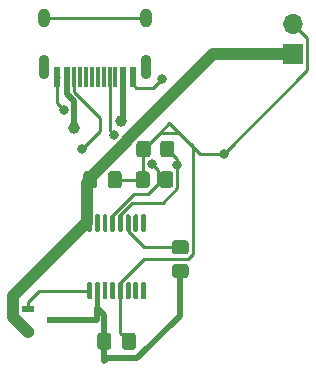
<source format=gbr>
%TF.GenerationSoftware,KiCad,Pcbnew,5.1.10-88a1d61d58~90~ubuntu20.04.1*%
%TF.CreationDate,2021-09-19T21:40:22+08:00*%
%TF.ProjectId,IP2721-USB-C-breakout,49503237-3231-42d5-9553-422d432d6272,rev?*%
%TF.SameCoordinates,Original*%
%TF.FileFunction,Copper,L1,Top*%
%TF.FilePolarity,Positive*%
%FSLAX46Y46*%
G04 Gerber Fmt 4.6, Leading zero omitted, Abs format (unit mm)*
G04 Created by KiCad (PCBNEW 5.1.10-88a1d61d58~90~ubuntu20.04.1) date 2021-09-19 21:40:22*
%MOMM*%
%LPD*%
G01*
G04 APERTURE LIST*
%TA.AperFunction,ComponentPad*%
%ADD10O,1.000000X1.600000*%
%TD*%
%TA.AperFunction,ComponentPad*%
%ADD11O,0.900000X2.100000*%
%TD*%
%TA.AperFunction,SMDPad,CuDef*%
%ADD12R,0.300000X1.750000*%
%TD*%
%TA.AperFunction,SMDPad,CuDef*%
%ADD13R,0.600000X1.750000*%
%TD*%
%TA.AperFunction,SMDPad,CuDef*%
%ADD14R,1.000000X0.600000*%
%TD*%
%TA.AperFunction,ComponentPad*%
%ADD15O,1.700000X1.700000*%
%TD*%
%TA.AperFunction,ComponentPad*%
%ADD16R,1.700000X1.700000*%
%TD*%
%TA.AperFunction,ViaPad*%
%ADD17C,0.800000*%
%TD*%
%TA.AperFunction,ViaPad*%
%ADD18C,1.000000*%
%TD*%
%TA.AperFunction,Conductor*%
%ADD19C,0.250000*%
%TD*%
%TA.AperFunction,Conductor*%
%ADD20C,0.400600*%
%TD*%
%TA.AperFunction,Conductor*%
%ADD21C,0.500000*%
%TD*%
%TA.AperFunction,Conductor*%
%ADD22C,1.000000*%
%TD*%
G04 APERTURE END LIST*
D10*
%TO.P,U2,S1*%
%TO.N,Net-(U2-PadS1)*%
X129374560Y-47794620D03*
X120734560Y-47794620D03*
D11*
X129374560Y-51974620D03*
X120734560Y-51974620D03*
D12*
%TO.P,U2,A7*%
%TO.N,N/C*%
X124804560Y-52814620D03*
%TO.P,U2,B6*%
X124304560Y-52814620D03*
%TO.P,U2,A8*%
X123804560Y-52814620D03*
%TO.P,U2,B5*%
%TO.N,CC1*%
X123304560Y-52814620D03*
%TO.P,U2,B7*%
%TO.N,N/C*%
X125804560Y-52814620D03*
%TO.P,U2,B8*%
X126804560Y-52814620D03*
%TO.P,U2,A5*%
%TO.N,CC2*%
X126304560Y-52814620D03*
%TO.P,U2,A6*%
%TO.N,N/C*%
X125304560Y-52814620D03*
D13*
%TO.P,U2,GND*%
%TO.N,GND*%
X128254960Y-52814620D03*
%TO.P,U2,VBUS*%
%TO.N,VIN*%
X127467560Y-52814620D03*
X122666960Y-52814620D03*
%TO.P,U2,GND*%
%TO.N,GND*%
X121854160Y-52814620D03*
%TD*%
D14*
%TO.P,Q1,G*%
%TO.N,Net-(Q1-PadG)*%
X119371560Y-72438220D03*
%TO.P,Q1,D*%
%TO.N,VIN*%
X121491560Y-73388220D03*
%TO.P,Q1,S*%
%TO.N,VOUT*%
X119371560Y-74338220D03*
%TD*%
%TO.P,U1,16*%
%TO.N,VOUT*%
%TA.AperFunction,SMDPad,CuDef*%
G36*
G01*
X124732560Y-65893720D02*
X124532560Y-65893720D01*
G75*
G02*
X124432560Y-65793720I0J100000D01*
G01*
X124432560Y-64518720D01*
G75*
G02*
X124532560Y-64418720I100000J0D01*
G01*
X124732560Y-64418720D01*
G75*
G02*
X124832560Y-64518720I0J-100000D01*
G01*
X124832560Y-65793720D01*
G75*
G02*
X124732560Y-65893720I-100000J0D01*
G01*
G37*
%TD.AperFunction*%
%TO.P,U1,15*%
%TO.N,N/C*%
%TA.AperFunction,SMDPad,CuDef*%
G36*
G01*
X125382560Y-65893720D02*
X125182560Y-65893720D01*
G75*
G02*
X125082560Y-65793720I0J100000D01*
G01*
X125082560Y-64518720D01*
G75*
G02*
X125182560Y-64418720I100000J0D01*
G01*
X125382560Y-64418720D01*
G75*
G02*
X125482560Y-64518720I0J-100000D01*
G01*
X125482560Y-65793720D01*
G75*
G02*
X125382560Y-65893720I-100000J0D01*
G01*
G37*
%TD.AperFunction*%
%TO.P,U1,14*%
%TA.AperFunction,SMDPad,CuDef*%
G36*
G01*
X126032560Y-65893720D02*
X125832560Y-65893720D01*
G75*
G02*
X125732560Y-65793720I0J100000D01*
G01*
X125732560Y-64518720D01*
G75*
G02*
X125832560Y-64418720I100000J0D01*
G01*
X126032560Y-64418720D01*
G75*
G02*
X126132560Y-64518720I0J-100000D01*
G01*
X126132560Y-65793720D01*
G75*
G02*
X126032560Y-65893720I-100000J0D01*
G01*
G37*
%TD.AperFunction*%
%TO.P,U1,13*%
%TO.N,CC1*%
%TA.AperFunction,SMDPad,CuDef*%
G36*
G01*
X126682560Y-65893720D02*
X126482560Y-65893720D01*
G75*
G02*
X126382560Y-65793720I0J100000D01*
G01*
X126382560Y-64518720D01*
G75*
G02*
X126482560Y-64418720I100000J0D01*
G01*
X126682560Y-64418720D01*
G75*
G02*
X126782560Y-64518720I0J-100000D01*
G01*
X126782560Y-65793720D01*
G75*
G02*
X126682560Y-65893720I-100000J0D01*
G01*
G37*
%TD.AperFunction*%
%TO.P,U1,12*%
%TO.N,CC2*%
%TA.AperFunction,SMDPad,CuDef*%
G36*
G01*
X127332560Y-65893720D02*
X127132560Y-65893720D01*
G75*
G02*
X127032560Y-65793720I0J100000D01*
G01*
X127032560Y-64518720D01*
G75*
G02*
X127132560Y-64418720I100000J0D01*
G01*
X127332560Y-64418720D01*
G75*
G02*
X127432560Y-64518720I0J-100000D01*
G01*
X127432560Y-65793720D01*
G75*
G02*
X127332560Y-65893720I-100000J0D01*
G01*
G37*
%TD.AperFunction*%
%TO.P,U1,11*%
%TO.N,SEL*%
%TA.AperFunction,SMDPad,CuDef*%
G36*
G01*
X127982560Y-65893720D02*
X127782560Y-65893720D01*
G75*
G02*
X127682560Y-65793720I0J100000D01*
G01*
X127682560Y-64518720D01*
G75*
G02*
X127782560Y-64418720I100000J0D01*
G01*
X127982560Y-64418720D01*
G75*
G02*
X128082560Y-64518720I0J-100000D01*
G01*
X128082560Y-65793720D01*
G75*
G02*
X127982560Y-65893720I-100000J0D01*
G01*
G37*
%TD.AperFunction*%
%TO.P,U1,10*%
%TO.N,N/C*%
%TA.AperFunction,SMDPad,CuDef*%
G36*
G01*
X128632560Y-65893720D02*
X128432560Y-65893720D01*
G75*
G02*
X128332560Y-65793720I0J100000D01*
G01*
X128332560Y-64518720D01*
G75*
G02*
X128432560Y-64418720I100000J0D01*
G01*
X128632560Y-64418720D01*
G75*
G02*
X128732560Y-64518720I0J-100000D01*
G01*
X128732560Y-65793720D01*
G75*
G02*
X128632560Y-65893720I-100000J0D01*
G01*
G37*
%TD.AperFunction*%
%TO.P,U1,9*%
%TA.AperFunction,SMDPad,CuDef*%
G36*
G01*
X129282560Y-65893720D02*
X129082560Y-65893720D01*
G75*
G02*
X128982560Y-65793720I0J100000D01*
G01*
X128982560Y-64518720D01*
G75*
G02*
X129082560Y-64418720I100000J0D01*
G01*
X129282560Y-64418720D01*
G75*
G02*
X129382560Y-64518720I0J-100000D01*
G01*
X129382560Y-65793720D01*
G75*
G02*
X129282560Y-65893720I-100000J0D01*
G01*
G37*
%TD.AperFunction*%
%TO.P,U1,8*%
%TA.AperFunction,SMDPad,CuDef*%
G36*
G01*
X129282560Y-71618720D02*
X129082560Y-71618720D01*
G75*
G02*
X128982560Y-71518720I0J100000D01*
G01*
X128982560Y-70243720D01*
G75*
G02*
X129082560Y-70143720I100000J0D01*
G01*
X129282560Y-70143720D01*
G75*
G02*
X129382560Y-70243720I0J-100000D01*
G01*
X129382560Y-71518720D01*
G75*
G02*
X129282560Y-71618720I-100000J0D01*
G01*
G37*
%TD.AperFunction*%
%TO.P,U1,7*%
%TA.AperFunction,SMDPad,CuDef*%
G36*
G01*
X128632560Y-71618720D02*
X128432560Y-71618720D01*
G75*
G02*
X128332560Y-71518720I0J100000D01*
G01*
X128332560Y-70243720D01*
G75*
G02*
X128432560Y-70143720I100000J0D01*
G01*
X128632560Y-70143720D01*
G75*
G02*
X128732560Y-70243720I0J-100000D01*
G01*
X128732560Y-71518720D01*
G75*
G02*
X128632560Y-71618720I-100000J0D01*
G01*
G37*
%TD.AperFunction*%
%TO.P,U1,6*%
%TA.AperFunction,SMDPad,CuDef*%
G36*
G01*
X127982560Y-71618720D02*
X127782560Y-71618720D01*
G75*
G02*
X127682560Y-71518720I0J100000D01*
G01*
X127682560Y-70243720D01*
G75*
G02*
X127782560Y-70143720I100000J0D01*
G01*
X127982560Y-70143720D01*
G75*
G02*
X128082560Y-70243720I0J-100000D01*
G01*
X128082560Y-71518720D01*
G75*
G02*
X127982560Y-71618720I-100000J0D01*
G01*
G37*
%TD.AperFunction*%
%TO.P,U1,5*%
%TO.N,GND*%
%TA.AperFunction,SMDPad,CuDef*%
G36*
G01*
X127332560Y-71618720D02*
X127132560Y-71618720D01*
G75*
G02*
X127032560Y-71518720I0J100000D01*
G01*
X127032560Y-70243720D01*
G75*
G02*
X127132560Y-70143720I100000J0D01*
G01*
X127332560Y-70143720D01*
G75*
G02*
X127432560Y-70243720I0J-100000D01*
G01*
X127432560Y-71518720D01*
G75*
G02*
X127332560Y-71618720I-100000J0D01*
G01*
G37*
%TD.AperFunction*%
%TO.P,U1,4*%
%TO.N,N/C*%
%TA.AperFunction,SMDPad,CuDef*%
G36*
G01*
X126682560Y-71618720D02*
X126482560Y-71618720D01*
G75*
G02*
X126382560Y-71518720I0J100000D01*
G01*
X126382560Y-70243720D01*
G75*
G02*
X126482560Y-70143720I100000J0D01*
G01*
X126682560Y-70143720D01*
G75*
G02*
X126782560Y-70243720I0J-100000D01*
G01*
X126782560Y-71518720D01*
G75*
G02*
X126682560Y-71618720I-100000J0D01*
G01*
G37*
%TD.AperFunction*%
%TO.P,U1,3*%
%TA.AperFunction,SMDPad,CuDef*%
G36*
G01*
X126032560Y-71618720D02*
X125832560Y-71618720D01*
G75*
G02*
X125732560Y-71518720I0J100000D01*
G01*
X125732560Y-70243720D01*
G75*
G02*
X125832560Y-70143720I100000J0D01*
G01*
X126032560Y-70143720D01*
G75*
G02*
X126132560Y-70243720I0J-100000D01*
G01*
X126132560Y-71518720D01*
G75*
G02*
X126032560Y-71618720I-100000J0D01*
G01*
G37*
%TD.AperFunction*%
%TO.P,U1,2*%
%TO.N,VIN*%
%TA.AperFunction,SMDPad,CuDef*%
G36*
G01*
X125382560Y-71618720D02*
X125182560Y-71618720D01*
G75*
G02*
X125082560Y-71518720I0J100000D01*
G01*
X125082560Y-70243720D01*
G75*
G02*
X125182560Y-70143720I100000J0D01*
G01*
X125382560Y-70143720D01*
G75*
G02*
X125482560Y-70243720I0J-100000D01*
G01*
X125482560Y-71518720D01*
G75*
G02*
X125382560Y-71618720I-100000J0D01*
G01*
G37*
%TD.AperFunction*%
%TO.P,U1,1*%
%TO.N,Net-(Q1-PadG)*%
%TA.AperFunction,SMDPad,CuDef*%
G36*
G01*
X124732560Y-71618720D02*
X124532560Y-71618720D01*
G75*
G02*
X124432560Y-71518720I0J100000D01*
G01*
X124432560Y-70243720D01*
G75*
G02*
X124532560Y-70143720I100000J0D01*
G01*
X124732560Y-70143720D01*
G75*
G02*
X124832560Y-70243720I0J-100000D01*
G01*
X124832560Y-71518720D01*
G75*
G02*
X124732560Y-71618720I-100000J0D01*
G01*
G37*
%TD.AperFunction*%
%TD*%
%TO.P,R3,2*%
%TO.N,SEL*%
%TA.AperFunction,SMDPad,CuDef*%
G36*
G01*
X132743561Y-67806620D02*
X131843559Y-67806620D01*
G75*
G02*
X131593560Y-67556621I0J249999D01*
G01*
X131593560Y-66856619D01*
G75*
G02*
X131843559Y-66606620I249999J0D01*
G01*
X132743561Y-66606620D01*
G75*
G02*
X132993560Y-66856619I0J-249999D01*
G01*
X132993560Y-67556621D01*
G75*
G02*
X132743561Y-67806620I-249999J0D01*
G01*
G37*
%TD.AperFunction*%
%TO.P,R3,1*%
%TO.N,VIN*%
%TA.AperFunction,SMDPad,CuDef*%
G36*
G01*
X132743561Y-69806620D02*
X131843559Y-69806620D01*
G75*
G02*
X131593560Y-69556621I0J249999D01*
G01*
X131593560Y-68856619D01*
G75*
G02*
X131843559Y-68606620I249999J0D01*
G01*
X132743561Y-68606620D01*
G75*
G02*
X132993560Y-68856619I0J-249999D01*
G01*
X132993560Y-69556621D01*
G75*
G02*
X132743561Y-69806620I-249999J0D01*
G01*
G37*
%TD.AperFunction*%
%TD*%
%TO.P,R2,2*%
%TO.N,GND*%
%TA.AperFunction,SMDPad,CuDef*%
G36*
G01*
X129785560Y-58434819D02*
X129785560Y-59334821D01*
G75*
G02*
X129535561Y-59584820I-249999J0D01*
G01*
X128835559Y-59584820D01*
G75*
G02*
X128585560Y-59334821I0J249999D01*
G01*
X128585560Y-58434819D01*
G75*
G02*
X128835559Y-58184820I249999J0D01*
G01*
X129535561Y-58184820D01*
G75*
G02*
X129785560Y-58434819I0J-249999D01*
G01*
G37*
%TD.AperFunction*%
%TO.P,R2,1*%
%TO.N,CC2*%
%TA.AperFunction,SMDPad,CuDef*%
G36*
G01*
X131785560Y-58434819D02*
X131785560Y-59334821D01*
G75*
G02*
X131535561Y-59584820I-249999J0D01*
G01*
X130835559Y-59584820D01*
G75*
G02*
X130585560Y-59334821I0J249999D01*
G01*
X130585560Y-58434819D01*
G75*
G02*
X130835559Y-58184820I249999J0D01*
G01*
X131535561Y-58184820D01*
G75*
G02*
X131785560Y-58434819I0J-249999D01*
G01*
G37*
%TD.AperFunction*%
%TD*%
%TO.P,R1,2*%
%TO.N,GND*%
%TA.AperFunction,SMDPad,CuDef*%
G36*
G01*
X129708560Y-61025619D02*
X129708560Y-61925621D01*
G75*
G02*
X129458561Y-62175620I-249999J0D01*
G01*
X128758559Y-62175620D01*
G75*
G02*
X128508560Y-61925621I0J249999D01*
G01*
X128508560Y-61025619D01*
G75*
G02*
X128758559Y-60775620I249999J0D01*
G01*
X129458561Y-60775620D01*
G75*
G02*
X129708560Y-61025619I0J-249999D01*
G01*
G37*
%TD.AperFunction*%
%TO.P,R1,1*%
%TO.N,CC1*%
%TA.AperFunction,SMDPad,CuDef*%
G36*
G01*
X131708560Y-61025619D02*
X131708560Y-61925621D01*
G75*
G02*
X131458561Y-62175620I-249999J0D01*
G01*
X130758559Y-62175620D01*
G75*
G02*
X130508560Y-61925621I0J249999D01*
G01*
X130508560Y-61025619D01*
G75*
G02*
X130758559Y-60775620I249999J0D01*
G01*
X131458561Y-60775620D01*
G75*
G02*
X131708560Y-61025619I0J-249999D01*
G01*
G37*
%TD.AperFunction*%
%TD*%
D15*
%TO.P,J1,2*%
%TO.N,GND*%
X141869560Y-48318420D03*
D16*
%TO.P,J1,1*%
%TO.N,VOUT*%
X141869560Y-50858420D03*
%TD*%
%TO.P,C2,2*%
%TO.N,GND*%
%TA.AperFunction,SMDPad,CuDef*%
G36*
G01*
X126164560Y-61950620D02*
X126164560Y-61000620D01*
G75*
G02*
X126414560Y-60750620I250000J0D01*
G01*
X127089560Y-60750620D01*
G75*
G02*
X127339560Y-61000620I0J-250000D01*
G01*
X127339560Y-61950620D01*
G75*
G02*
X127089560Y-62200620I-250000J0D01*
G01*
X126414560Y-62200620D01*
G75*
G02*
X126164560Y-61950620I0J250000D01*
G01*
G37*
%TD.AperFunction*%
%TO.P,C2,1*%
%TO.N,VOUT*%
%TA.AperFunction,SMDPad,CuDef*%
G36*
G01*
X124089560Y-61950620D02*
X124089560Y-61000620D01*
G75*
G02*
X124339560Y-60750620I250000J0D01*
G01*
X125014560Y-60750620D01*
G75*
G02*
X125264560Y-61000620I0J-250000D01*
G01*
X125264560Y-61950620D01*
G75*
G02*
X125014560Y-62200620I-250000J0D01*
G01*
X124339560Y-62200620D01*
G75*
G02*
X124089560Y-61950620I0J250000D01*
G01*
G37*
%TD.AperFunction*%
%TD*%
%TO.P,C1,2*%
%TO.N,GND*%
%TA.AperFunction,SMDPad,CuDef*%
G36*
G01*
X127357560Y-75631220D02*
X127357560Y-74681220D01*
G75*
G02*
X127607560Y-74431220I250000J0D01*
G01*
X128282560Y-74431220D01*
G75*
G02*
X128532560Y-74681220I0J-250000D01*
G01*
X128532560Y-75631220D01*
G75*
G02*
X128282560Y-75881220I-250000J0D01*
G01*
X127607560Y-75881220D01*
G75*
G02*
X127357560Y-75631220I0J250000D01*
G01*
G37*
%TD.AperFunction*%
%TO.P,C1,1*%
%TO.N,VIN*%
%TA.AperFunction,SMDPad,CuDef*%
G36*
G01*
X125282560Y-75631220D02*
X125282560Y-74681220D01*
G75*
G02*
X125532560Y-74431220I250000J0D01*
G01*
X126207560Y-74431220D01*
G75*
G02*
X126457560Y-74681220I0J-250000D01*
G01*
X126457560Y-75631220D01*
G75*
G02*
X126207560Y-75881220I-250000J0D01*
G01*
X125532560Y-75881220D01*
G75*
G02*
X125282560Y-75631220I0J250000D01*
G01*
G37*
%TD.AperFunction*%
%TD*%
D17*
%TO.N,GND*%
X130741420Y-52915820D03*
X135958580Y-59301380D03*
X122444130Y-55554880D03*
D18*
%TO.N,VIN*%
X127299720Y-56474360D03*
X132265420Y-69181980D03*
X123294140Y-57096660D03*
D17*
%TO.N,CC1*%
X129909060Y-60180220D03*
X123985020Y-58892440D03*
%TO.N,CC2*%
X132046560Y-60235920D03*
X126702820Y-57655460D03*
%TD*%
D19*
%TO.N,GND*%
X122004560Y-52814620D02*
X121704560Y-52814620D01*
X127232560Y-70881220D02*
X127232560Y-70183420D01*
X127232560Y-70183420D02*
X129209360Y-68206620D01*
X129209360Y-68206620D02*
X132908760Y-68206620D01*
X132908760Y-68206620D02*
X133337860Y-67777520D01*
X133337860Y-67777520D02*
X133337860Y-58662520D01*
X133337860Y-58662520D02*
X131372860Y-56697520D01*
X127945060Y-75156220D02*
X127232560Y-74443720D01*
X127232560Y-74443720D02*
X127232560Y-70881220D01*
X129108560Y-61475620D02*
X129108560Y-58961820D01*
X129108560Y-58961820D02*
X129185560Y-58884820D01*
X126752060Y-61475620D02*
X129108560Y-61475620D01*
X128254960Y-53389620D02*
X128553320Y-53687980D01*
X128254960Y-52814620D02*
X128254960Y-53389620D01*
X129969260Y-53687980D02*
X130741420Y-52915820D01*
X128553320Y-53687980D02*
X129969260Y-53687980D01*
X141869560Y-48318420D02*
X143044860Y-49493720D01*
X143044860Y-49493720D02*
X143044860Y-52215100D01*
X133976720Y-59301380D02*
X135958580Y-59301380D01*
X143044860Y-52215100D02*
X135958580Y-59301380D01*
X132172630Y-57497290D02*
X132267630Y-57592290D01*
X130573090Y-57497290D02*
X132172630Y-57497290D01*
X132267630Y-57592290D02*
X133976720Y-59301380D01*
X131372860Y-56697520D02*
X132267630Y-57592290D01*
X129185560Y-58884820D02*
X130573090Y-57497290D01*
X130573090Y-57497290D02*
X131372860Y-56697520D01*
X121854160Y-52814620D02*
X121854160Y-54964910D01*
X121854160Y-54964910D02*
X122444130Y-55554880D01*
D20*
%TO.N,VIN*%
X125282560Y-72319620D02*
X125282560Y-70881220D01*
D21*
X127467560Y-56306520D02*
X127299720Y-56474360D01*
X127467560Y-52814620D02*
X127467560Y-56306520D01*
X122666960Y-52814620D02*
X122666960Y-54190506D01*
X122666960Y-54190506D02*
X123294140Y-54817686D01*
X123294140Y-54817686D02*
X123294140Y-57096660D01*
X125282560Y-73388220D02*
X125282560Y-72319620D01*
X121491560Y-73388220D02*
X125282560Y-73388220D01*
X132265420Y-72998860D02*
X128653960Y-76610320D01*
X132265420Y-69181980D02*
X132265420Y-72998860D01*
X125870060Y-75156220D02*
X125870060Y-76839720D01*
X126099460Y-76610320D02*
X128653960Y-76610320D01*
X125870060Y-76839720D02*
X126099460Y-76610320D01*
X125870060Y-72907120D02*
X125282560Y-72319620D01*
X125870060Y-73632420D02*
X125870060Y-72907120D01*
X125870060Y-75156220D02*
X125870060Y-73632420D01*
D22*
%TO.N,VOUT*%
X124381760Y-65099320D02*
X124381760Y-61770920D01*
X124381760Y-61770920D02*
X124677060Y-61475620D01*
X119371560Y-74338220D02*
X118171160Y-73137820D01*
X118171160Y-73137820D02*
X118171160Y-71309920D01*
X118171160Y-71309920D02*
X124381760Y-65099320D01*
D20*
X124381760Y-65099320D02*
X124438660Y-65156220D01*
X124438660Y-65156220D02*
X124632560Y-65156220D01*
D22*
X127802821Y-58183461D02*
X127802821Y-58104721D01*
X124677060Y-61475620D02*
X124677060Y-61309222D01*
X124677060Y-61309222D02*
X127802821Y-58183461D01*
X127802821Y-58104721D02*
X135049122Y-50858420D01*
X135049122Y-50858420D02*
X141869560Y-50858420D01*
X141869560Y-50858420D02*
X139420600Y-50858420D01*
D19*
%TO.N,CC1*%
X130395960Y-61475620D02*
X130395960Y-60667120D01*
X130395960Y-60667120D02*
X129909060Y-60180220D01*
X126582560Y-65156220D02*
X126582560Y-64451620D01*
X126582560Y-64451620D02*
X128382960Y-62651220D01*
X128382960Y-62651220D02*
X129576660Y-62651220D01*
X129576660Y-62651220D02*
X130395960Y-61831920D01*
X130395960Y-61831920D02*
X130395960Y-61475620D01*
X131108560Y-61475620D02*
X130395960Y-61475620D01*
X123304560Y-52814620D02*
X123304560Y-54014920D01*
X123304560Y-54014920D02*
X125502850Y-56213210D01*
X125502850Y-57374610D02*
X123985020Y-58892440D01*
X125502850Y-56213210D02*
X125502850Y-57374610D01*
%TO.N,SEL*%
X132293560Y-67206620D02*
X129232460Y-67206620D01*
X129232460Y-67206620D02*
X127882560Y-65856720D01*
X127882560Y-65856720D02*
X127882560Y-65156220D01*
%TO.N,Net-(U2-PadS1)*%
X120734560Y-47794620D02*
X129374560Y-47794620D01*
%TO.N,Net-(Q1-PadG)*%
X119371560Y-72438220D02*
X119371560Y-71812920D01*
X124632560Y-70881220D02*
X120303260Y-70881220D01*
X120303260Y-70881220D02*
X119371560Y-71812920D01*
%TO.N,CC2*%
X132046560Y-60235920D02*
X132046560Y-62198920D01*
X132046560Y-62198920D02*
X130807560Y-63437920D01*
X130807560Y-63437920D02*
X128233160Y-63437920D01*
X128233160Y-63437920D02*
X127232560Y-64438520D01*
X127232560Y-64438520D02*
X127232560Y-65156220D01*
X131185560Y-58884820D02*
X132046560Y-59745820D01*
X132046560Y-59745820D02*
X132046560Y-60235920D01*
X126304560Y-57257200D02*
X126702820Y-57655460D01*
X126304560Y-52814620D02*
X126304560Y-57257200D01*
%TD*%
M02*

</source>
